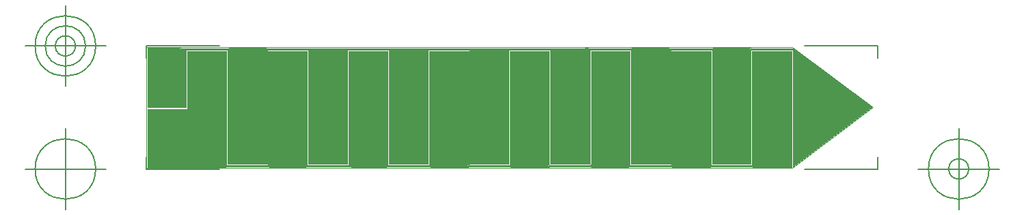
<source format=gbr>
G04 Generated by Ultiboard 13.0 *
%FSLAX34Y34*%
%MOMM*%

%ADD10C,0.0001*%
%ADD11C,0.0010*%
%ADD12C,0.2500*%
%ADD13C,0.1500*%
%ADD14C,1.6000*%


G04 ColorRGB 00FF00 for the following layer *
%LNCopper Top*%
%LPD*%
G54D10*
G36*
X602158Y-401624D02*
G75*
D01*
G02X601250Y-403761I-907J-876*
G01*
X601250Y-403761D01*
X601250Y-549056D01*
X699992Y-475000D01*
X602158Y-401624D01*
D02*
G37*
G36*
X198590Y-548751D02*
G75*
D01*
G02X198750Y-546239I158J1251*
G01*
X198750Y-546239D01*
X199500Y-546239D01*
X199500Y-405000D01*
X150750Y-405000D01*
X150750Y-546239D01*
X152500Y-546239D01*
G75*
D01*
G02X152660Y-548751I2J-1261*
G01*
X152660Y-548751D01*
X198590Y-548751D01*
D02*
G37*
G36*
X298590Y-548751D02*
G75*
D01*
G02X298750Y-546239I158J1251*
G01*
X298750Y-546239D01*
X299250Y-546239D01*
X299250Y-405000D01*
X250500Y-405000D01*
X250500Y-546239D01*
X251250Y-546239D01*
G75*
D01*
G02X251410Y-548751I2J-1261*
G01*
X251410Y-548751D01*
X298590Y-548751D01*
D02*
G37*
G36*
X347333Y-401250D02*
G75*
D01*
G03X347500Y-403761I166J-1250*
G01*
X347500Y-403761D01*
X349500Y-403761D01*
X349500Y-545001D01*
X300750Y-545001D01*
X300750Y-403761D01*
X343750Y-403761D01*
G75*
D01*
G03X343917Y-401250I1J1261*
G01*
X343917Y-401250D01*
X347333Y-401250D01*
D02*
G37*
G36*
X447333Y-401250D02*
G75*
D01*
G03X447500Y-403761I166J-1250*
G01*
X447500Y-403761D01*
X449250Y-403761D01*
X449250Y-545001D01*
X400500Y-545001D01*
X400500Y-403761D01*
X401250Y-403761D01*
G75*
D01*
G03X401417Y-401250I1J1261*
G01*
X401417Y-401250D01*
X447333Y-401250D01*
D02*
G37*
G36*
X498590Y-548751D02*
G75*
D01*
G02X498750Y-546239I158J1251*
G01*
X498750Y-546239D01*
X499500Y-546239D01*
X499500Y-405000D01*
X450750Y-405000D01*
X450750Y-546239D01*
X451250Y-546239D01*
G75*
D01*
G02X451410Y-548751I2J-1261*
G01*
X451410Y-548751D01*
X498590Y-548751D01*
D02*
G37*
G36*
X551410Y-548751D02*
X551410Y-548751D01*
X599250Y-548751D01*
X599250Y-405000D01*
X550500Y-405000D01*
X550500Y-546239D01*
X551250Y-546239D01*
G75*
D01*
G02X551410Y-548751I2J-1261*
G01*
D02*
G37*
G36*
X-51417Y-401250D02*
G75*
D01*
G03X-51250Y-403761I166J-1250*
G01*
X-51250Y-403761D01*
X-50250Y-403761D01*
X-50250Y-545000D01*
X-99000Y-545000D01*
X-99000Y-403761D01*
X-97500Y-403761D01*
G75*
D01*
G03X-97333Y-401250I1J1261*
G01*
X-97333Y-401250D01*
X-51417Y-401250D01*
D02*
G37*
G36*
X-101250Y-546239D02*
X-101250Y-546239D01*
X-100500Y-546239D01*
X-100500Y-477760D01*
X-149254Y-477760D01*
G75*
D01*
G02X-149260Y-477754I0J6*
G01*
X-149260Y-477754D01*
X-149260Y-477000D01*
X-198000Y-477000D01*
X-198000Y-548752D01*
X-101403Y-548752D01*
G75*
D01*
G02X-101250Y-546239I150J1252*
G01*
D02*
G37*
%LPC*%
G36*
X-183005Y-500000D02*
G75*
D01*
G02X-183005Y-500000I8005J0*
G01*
D02*
G37*
%LPD*%
G36*
X-2660Y-548751D02*
G75*
D01*
G02X-2500Y-546239I158J1251*
G01*
X-2500Y-546239D01*
X-750Y-546239D01*
X-750Y-405000D01*
X-48750Y-405000D01*
X-48750Y-546239D01*
X-47500Y-546239D01*
G75*
D01*
G02X-47340Y-548751I2J-1261*
G01*
X-47340Y-548751D01*
X-2660Y-548751D01*
D02*
G37*
G36*
X97335Y-548750D02*
G75*
D01*
G02X97500Y-546239I150J1251*
G01*
X97500Y-546239D01*
X99000Y-546239D01*
X99000Y-405000D01*
X51000Y-405000D01*
X51000Y-546239D01*
X53750Y-546239D01*
G75*
D01*
G02X53915Y-548750I-1J-1261*
G01*
X53915Y-548750D01*
X97335Y-548750D01*
D02*
G37*
G36*
X397335Y-548750D02*
G75*
D01*
G02X397500Y-546239I150J1251*
G01*
X397500Y-546239D01*
X399000Y-546239D01*
X399000Y-405000D01*
X351000Y-405000D01*
X351000Y-546239D01*
X351250Y-546239D01*
G75*
D01*
G02X351415Y-548750I-1J-1261*
G01*
X351415Y-548750D01*
X397335Y-548750D01*
D02*
G37*
G36*
X548583Y-401250D02*
G75*
D01*
G03X548750Y-403761I166J-1250*
G01*
X548750Y-403761D01*
X549000Y-403761D01*
X549000Y-545000D01*
X501000Y-545000D01*
X501000Y-403761D01*
X502500Y-403761D01*
G75*
D01*
G03X502667Y-401250I1J1261*
G01*
X502667Y-401250D01*
X548583Y-401250D01*
D02*
G37*
G36*
X750Y-403761D02*
X750Y-403761D01*
X49500Y-403761D01*
X49500Y-545001D01*
X750Y-545001D01*
X750Y-403761D01*
D02*
G37*
G36*
X100500Y-403761D02*
X100500Y-403761D01*
X149250Y-403761D01*
X149250Y-545001D01*
X100500Y-545001D01*
X100500Y-403761D01*
D02*
G37*
G36*
X201000Y-403761D02*
X201000Y-403761D01*
X249000Y-403761D01*
X249000Y-545000D01*
X201000Y-545000D01*
X201000Y-403761D01*
D02*
G37*
G36*
X-149250Y-405000D02*
X-149250Y-405000D01*
X-149250Y-477750D01*
X-100500Y-477750D01*
X-100500Y-405000D01*
X-149250Y-405000D01*
D02*
G37*
G36*
X-157667Y-401250D02*
G75*
D01*
G03X-157500Y-403761I166J-1250*
G01*
X-157500Y-403761D01*
X-150750Y-403761D01*
X-150750Y-474750D01*
X-198000Y-474750D01*
X-198000Y-401250D01*
X-157667Y-401250D01*
D02*
G37*
%LPC*%
G36*
X-183005Y-450000D02*
G75*
D01*
G03X-183005Y-450000I8005J0*
G01*
D02*
G37*
%LPD*%
G36*
X601836Y-401384D02*
G74*
D01*
G03X601417Y-401250I587J1115*
G01*
X601417Y-401250D01*
X601658Y-401250D01*
X601836Y-401384D01*
D02*
G37*
G54D11*
X-183005Y-500000D02*
G75*
D01*
G02X-183005Y-500000I8005J0*
G01*
X-101250Y-546239D02*
X-100500Y-546239D01*
X-100500Y-477760D01*
X-149254Y-477760D01*
G75*
D01*
G02X-149260Y-477754I0J6*
G01*
X-149260Y-477000D01*
X-198000Y-477000D01*
X-198000Y-548752D01*
X-101403Y-548752D01*
G75*
D01*
G02X-101250Y-546239I150J1252*
G01*
X-51417Y-401250D02*
G75*
D01*
G03X-51250Y-403761I166J-1250*
G01*
X-50250Y-403761D01*
X-50250Y-545000D01*
X-99000Y-545000D01*
X-99000Y-403761D01*
X-97500Y-403761D01*
G75*
D01*
G03X-97333Y-401250I1J1261*
G01*
X-51417Y-401250D01*
X-2660Y-548751D02*
G75*
D01*
G02X-2500Y-546239I158J1251*
G01*
X-750Y-546239D01*
X-750Y-405000D01*
X-48750Y-405000D01*
X-48750Y-546239D01*
X-47500Y-546239D01*
G75*
D01*
G02X-47340Y-548751I2J-1261*
G01*
X-2660Y-548751D01*
X750Y-403761D02*
X49500Y-403761D01*
X49500Y-545001D01*
X750Y-545001D01*
X750Y-403761D01*
X97335Y-548750D02*
G75*
D01*
G02X97500Y-546239I150J1251*
G01*
X99000Y-546239D01*
X99000Y-405000D01*
X51000Y-405000D01*
X51000Y-546239D01*
X53750Y-546239D01*
G75*
D01*
G02X53915Y-548750I-1J-1261*
G01*
X97335Y-548750D01*
X100500Y-403761D02*
X149250Y-403761D01*
X149250Y-545001D01*
X100500Y-545001D01*
X100500Y-403761D01*
X198590Y-548751D02*
G75*
D01*
G02X198750Y-546239I158J1251*
G01*
X199500Y-546239D01*
X199500Y-405000D01*
X150750Y-405000D01*
X150750Y-546239D01*
X152500Y-546239D01*
G75*
D01*
G02X152660Y-548751I2J-1261*
G01*
X198590Y-548751D01*
X201000Y-403761D02*
X249000Y-403761D01*
X249000Y-545000D01*
X201000Y-545000D01*
X201000Y-403761D01*
X298590Y-548751D02*
G75*
D01*
G02X298750Y-546239I158J1251*
G01*
X299250Y-546239D01*
X299250Y-405000D01*
X250500Y-405000D01*
X250500Y-546239D01*
X251250Y-546239D01*
G75*
D01*
G02X251410Y-548751I2J-1261*
G01*
X298590Y-548751D01*
X347333Y-401250D02*
G75*
D01*
G03X347500Y-403761I166J-1250*
G01*
X349500Y-403761D01*
X349500Y-545001D01*
X300750Y-545001D01*
X300750Y-403761D01*
X343750Y-403761D01*
G75*
D01*
G03X343917Y-401250I1J1261*
G01*
X347333Y-401250D01*
X397335Y-548750D02*
G75*
D01*
G02X397500Y-546239I150J1251*
G01*
X399000Y-546239D01*
X399000Y-405000D01*
X351000Y-405000D01*
X351000Y-546239D01*
X351250Y-546239D01*
G75*
D01*
G02X351415Y-548750I-1J-1261*
G01*
X397335Y-548750D01*
X447333Y-401250D02*
G75*
D01*
G03X447500Y-403761I166J-1250*
G01*
X449250Y-403761D01*
X449250Y-545001D01*
X400500Y-545001D01*
X400500Y-403761D01*
X401250Y-403761D01*
G75*
D01*
G03X401417Y-401250I1J1261*
G01*
X447333Y-401250D01*
X498590Y-548751D02*
G75*
D01*
G02X498750Y-546239I158J1251*
G01*
X499500Y-546239D01*
X499500Y-405000D01*
X450750Y-405000D01*
X450750Y-546239D01*
X451250Y-546239D01*
G75*
D01*
G02X451410Y-548751I2J-1261*
G01*
X498590Y-548751D01*
X548583Y-401250D02*
G75*
D01*
G03X548750Y-403761I166J-1250*
G01*
X549000Y-403761D01*
X549000Y-545000D01*
X501000Y-545000D01*
X501000Y-403761D01*
X502500Y-403761D01*
G75*
D01*
G03X502667Y-401250I1J1261*
G01*
X548583Y-401250D01*
X551410Y-548751D02*
X599250Y-548751D01*
X599250Y-405000D01*
X550500Y-405000D01*
X550500Y-546239D01*
X551250Y-546239D01*
G75*
D01*
G02X551410Y-548751I2J-1261*
G01*
X601836Y-401384D02*
G74*
D01*
G03X601417Y-401250I587J1115*
G01*
X601658Y-401250D01*
X601836Y-401384D01*
X602158Y-401624D02*
G75*
D01*
G02X601250Y-403761I-907J-876*
G01*
X601250Y-549056D01*
X699992Y-475000D01*
X602158Y-401624D01*
X-183005Y-450000D02*
G75*
D01*
G03X-183005Y-450000I8005J0*
G01*
X-157667Y-401250D02*
G75*
D01*
G03X-157500Y-403761I166J-1250*
G01*
X-150750Y-403761D01*
X-150750Y-474750D01*
X-198000Y-474750D01*
X-198000Y-401250D01*
X-157667Y-401250D01*
X-149250Y-405000D02*
X-149250Y-477750D01*
X-100500Y-477750D01*
X-100500Y-405000D01*
X-149250Y-405000D01*
X600000Y-550000D02*
X250000Y-550000D01*
X-100000Y-550000D01*
X-150000Y-550000D01*
X-200000Y-550000D01*
X-100000Y-400000D02*
X600000Y-400000D01*
X-200000Y-400000D02*
X-100000Y-400000D01*
X-200000Y-550000D02*
X-200000Y-400000D01*
X600000Y-400000D02*
X700000Y-475000D01*
X600000Y-550000D01*
G54D12*
X-101250Y-547500D02*
X-47500Y-547500D01*
X-2500Y-547500D02*
X53750Y-547500D01*
X97500Y-547500D02*
X152500Y-547500D01*
X198750Y-547500D02*
X251250Y-547500D01*
X298750Y-547500D02*
X351250Y-547500D01*
X397500Y-547500D02*
X451250Y-547500D01*
X498750Y-547500D02*
X551250Y-547500D01*
X-97500Y-402500D02*
X-157500Y-402500D01*
X343750Y-402500D02*
X-51250Y-402500D01*
X401250Y-402500D02*
X347500Y-402500D01*
X502500Y-402500D02*
X447500Y-402500D01*
X548750Y-402500D02*
X601250Y-402500D01*
G54D13*
X-200000Y-551290D02*
X-200000Y-536032D01*
X-200000Y-551290D02*
X-109350Y-551290D01*
X706505Y-551290D02*
X615855Y-551290D01*
X706505Y-551290D02*
X706505Y-536032D01*
X706505Y-398710D02*
X706505Y-413968D01*
X706505Y-398710D02*
X615855Y-398710D01*
X-200000Y-398710D02*
X-109350Y-398710D01*
X-200000Y-398710D02*
X-200000Y-413968D01*
X-250000Y-551290D02*
X-350000Y-551290D01*
X-300000Y-601290D02*
X-300000Y-501290D01*
X-337500Y-551290D02*
G75*
D01*
G02X-337500Y-551290I37500J0*
G01*
X756505Y-551290D02*
X856505Y-551290D01*
X806505Y-601290D02*
X806505Y-501290D01*
X769005Y-551290D02*
G75*
D01*
G02X769005Y-551290I37500J0*
G01*
X794005Y-551290D02*
G75*
D01*
G02X794005Y-551290I12500J0*
G01*
X-250000Y-398710D02*
X-350000Y-398710D01*
X-300000Y-448710D02*
X-300000Y-348710D01*
X-337500Y-398710D02*
G75*
D01*
G02X-337500Y-398710I37500J0*
G01*
X-325000Y-398710D02*
G75*
D01*
G02X-325000Y-398710I25000J0*
G01*
X-312500Y-398710D02*
G75*
D01*
G02X-312500Y-398710I12500J0*
G01*
X-200000Y-551290D02*
X-200000Y-536032D01*
X-200000Y-551290D02*
X-109350Y-551290D01*
X706505Y-551290D02*
X615855Y-551290D01*
X706505Y-551290D02*
X706505Y-536032D01*
X706505Y-398710D02*
X706505Y-413968D01*
X706505Y-398710D02*
X615855Y-398710D01*
X-200000Y-398710D02*
X-109350Y-398710D01*
X-200000Y-398710D02*
X-200000Y-413968D01*
X-250000Y-551290D02*
X-350000Y-551290D01*
X-300000Y-601290D02*
X-300000Y-501290D01*
X-337500Y-551290D02*
G75*
D01*
G02X-337500Y-551290I37500J0*
G01*
X756505Y-551290D02*
X856505Y-551290D01*
X806505Y-601290D02*
X806505Y-501290D01*
X769005Y-551290D02*
G75*
D01*
G02X769005Y-551290I37500J0*
G01*
X794005Y-551290D02*
G75*
D01*
G02X794005Y-551290I12500J0*
G01*
X-250000Y-398710D02*
X-350000Y-398710D01*
X-300000Y-448710D02*
X-300000Y-348710D01*
X-337500Y-398710D02*
G75*
D01*
G02X-337500Y-398710I37500J0*
G01*
X-325000Y-398710D02*
G75*
D01*
G02X-325000Y-398710I25000J0*
G01*
X-312500Y-398710D02*
G75*
D01*
G02X-312500Y-398710I12500J0*
G01*
G54D14*
X-175000Y-500000D03*
X-175000Y-450000D03*

M02*

</source>
